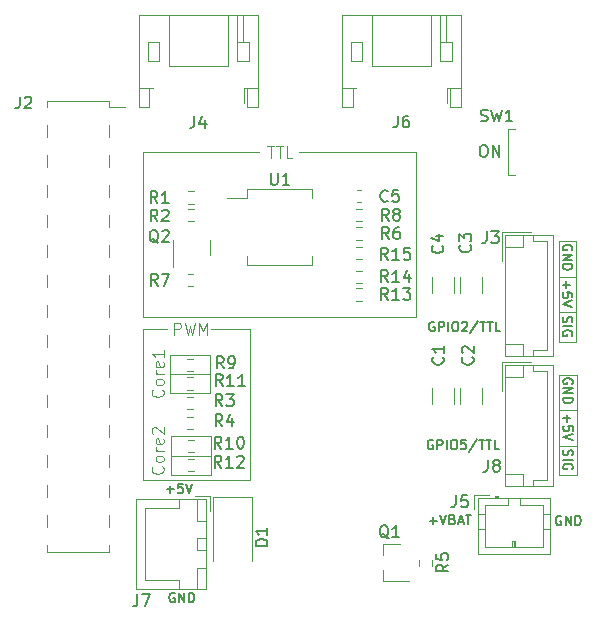
<source format=gto>
G04 #@! TF.GenerationSoftware,KiCad,Pcbnew,6.0.2+dfsg-1*
G04 #@! TF.CreationDate,2023-08-08T16:50:58+09:00*
G04 #@! TF.ProjectId,m5-pantilt,6d352d70-616e-4746-996c-742e6b696361,1*
G04 #@! TF.SameCoordinates,Original*
G04 #@! TF.FileFunction,Legend,Top*
G04 #@! TF.FilePolarity,Positive*
%FSLAX46Y46*%
G04 Gerber Fmt 4.6, Leading zero omitted, Abs format (unit mm)*
G04 Created by KiCad (PCBNEW 6.0.2+dfsg-1) date 2023-08-08 16:50:58*
%MOMM*%
%LPD*%
G01*
G04 APERTURE LIST*
%ADD10C,0.120000*%
%ADD11C,0.150000*%
%ADD12C,0.125000*%
G04 APERTURE END LIST*
D10*
X146900000Y-67800000D02*
X146900000Y-76300000D01*
X146900000Y-76300000D02*
X148400000Y-76300000D01*
X148400000Y-67800000D02*
X146900000Y-67800000D01*
X148400000Y-70800000D02*
X146900000Y-70800000D01*
X148400000Y-73800000D02*
X146900000Y-73800000D01*
X148400000Y-67800000D02*
X148400000Y-76300000D01*
X114050000Y-84300000D02*
X117450000Y-84300000D01*
X114050000Y-85950000D02*
X117450000Y-85950000D01*
X117450000Y-87550000D02*
X114050000Y-87550000D01*
X117450000Y-84300000D02*
X117450000Y-87550000D01*
X114050000Y-87550000D02*
X114050000Y-84300000D01*
X114000000Y-80650000D02*
X114000000Y-77400000D01*
X114000000Y-79050000D02*
X117400000Y-79050000D01*
X114000000Y-77400000D02*
X117400000Y-77400000D01*
X117400000Y-80650000D02*
X114000000Y-80650000D01*
X117400000Y-77400000D02*
X117400000Y-80650000D01*
X111750000Y-74250000D02*
X111750000Y-60250000D01*
X142579000Y-58300000D02*
X143214000Y-58300000D01*
X111750000Y-88000000D02*
X111750000Y-75200000D01*
X148450000Y-79100000D02*
X148450000Y-87600000D01*
X117500000Y-75200000D02*
X120750000Y-75200000D01*
X148450000Y-85100000D02*
X146950000Y-85100000D01*
X111750000Y-74250000D02*
X134800000Y-74250000D01*
X148450000Y-82100000D02*
X146950000Y-82100000D01*
X120750000Y-88000000D02*
X120750000Y-75200000D01*
X124900000Y-60250000D02*
X134800000Y-60250000D01*
X142579000Y-62210000D02*
X142579000Y-58300000D01*
X111750000Y-60250000D02*
X121500000Y-60250000D01*
X146950000Y-79100000D02*
X146950000Y-87600000D01*
X148450000Y-79100000D02*
X146950000Y-79100000D01*
X143214000Y-62210000D02*
X142579000Y-62210000D01*
X134800000Y-74250000D02*
X134800000Y-60250000D01*
X111750000Y-88000000D02*
X120750000Y-88000000D01*
X111750000Y-75200000D02*
X113750000Y-75200000D01*
X146950000Y-87600000D02*
X148450000Y-87600000D01*
D11*
X136266666Y-84650000D02*
X136190476Y-84611904D01*
X136076190Y-84611904D01*
X135961904Y-84650000D01*
X135885714Y-84726190D01*
X135847619Y-84802380D01*
X135809523Y-84954761D01*
X135809523Y-85069047D01*
X135847619Y-85221428D01*
X135885714Y-85297619D01*
X135961904Y-85373809D01*
X136076190Y-85411904D01*
X136152380Y-85411904D01*
X136266666Y-85373809D01*
X136304761Y-85335714D01*
X136304761Y-85069047D01*
X136152380Y-85069047D01*
X136647619Y-85411904D02*
X136647619Y-84611904D01*
X136952380Y-84611904D01*
X137028571Y-84650000D01*
X137066666Y-84688095D01*
X137104761Y-84764285D01*
X137104761Y-84878571D01*
X137066666Y-84954761D01*
X137028571Y-84992857D01*
X136952380Y-85030952D01*
X136647619Y-85030952D01*
X137447619Y-85411904D02*
X137447619Y-84611904D01*
X137980952Y-84611904D02*
X138133333Y-84611904D01*
X138209523Y-84650000D01*
X138285714Y-84726190D01*
X138323809Y-84878571D01*
X138323809Y-85145238D01*
X138285714Y-85297619D01*
X138209523Y-85373809D01*
X138133333Y-85411904D01*
X137980952Y-85411904D01*
X137904761Y-85373809D01*
X137828571Y-85297619D01*
X137790476Y-85145238D01*
X137790476Y-84878571D01*
X137828571Y-84726190D01*
X137904761Y-84650000D01*
X137980952Y-84611904D01*
X139047619Y-84611904D02*
X138666666Y-84611904D01*
X138628571Y-84992857D01*
X138666666Y-84954761D01*
X138742857Y-84916666D01*
X138933333Y-84916666D01*
X139009523Y-84954761D01*
X139047619Y-84992857D01*
X139085714Y-85069047D01*
X139085714Y-85259523D01*
X139047619Y-85335714D01*
X139009523Y-85373809D01*
X138933333Y-85411904D01*
X138742857Y-85411904D01*
X138666666Y-85373809D01*
X138628571Y-85335714D01*
X140000000Y-84573809D02*
X139314285Y-85602380D01*
X140152380Y-84611904D02*
X140609523Y-84611904D01*
X140380952Y-85411904D02*
X140380952Y-84611904D01*
X140761904Y-84611904D02*
X141219047Y-84611904D01*
X140990476Y-85411904D02*
X140990476Y-84611904D01*
X141866666Y-85411904D02*
X141485714Y-85411904D01*
X141485714Y-84611904D01*
D12*
X113357142Y-80357142D02*
X113404761Y-80404761D01*
X113452380Y-80547619D01*
X113452380Y-80642857D01*
X113404761Y-80785714D01*
X113309523Y-80880952D01*
X113214285Y-80928571D01*
X113023809Y-80976190D01*
X112880952Y-80976190D01*
X112690476Y-80928571D01*
X112595238Y-80880952D01*
X112500000Y-80785714D01*
X112452380Y-80642857D01*
X112452380Y-80547619D01*
X112500000Y-80404761D01*
X112547619Y-80357142D01*
X113452380Y-79785714D02*
X113404761Y-79880952D01*
X113357142Y-79928571D01*
X113261904Y-79976190D01*
X112976190Y-79976190D01*
X112880952Y-79928571D01*
X112833333Y-79880952D01*
X112785714Y-79785714D01*
X112785714Y-79642857D01*
X112833333Y-79547619D01*
X112880952Y-79500000D01*
X112976190Y-79452380D01*
X113261904Y-79452380D01*
X113357142Y-79500000D01*
X113404761Y-79547619D01*
X113452380Y-79642857D01*
X113452380Y-79785714D01*
X113452380Y-79023809D02*
X112785714Y-79023809D01*
X112976190Y-79023809D02*
X112880952Y-78976190D01*
X112833333Y-78928571D01*
X112785714Y-78833333D01*
X112785714Y-78738095D01*
X113404761Y-78023809D02*
X113452380Y-78119047D01*
X113452380Y-78309523D01*
X113404761Y-78404761D01*
X113309523Y-78452380D01*
X112928571Y-78452380D01*
X112833333Y-78404761D01*
X112785714Y-78309523D01*
X112785714Y-78119047D01*
X112833333Y-78023809D01*
X112928571Y-77976190D01*
X113023809Y-77976190D01*
X113119047Y-78452380D01*
X113452380Y-77023809D02*
X113452380Y-77595238D01*
X113452380Y-77309523D02*
X112452380Y-77309523D01*
X112595238Y-77404761D01*
X112690476Y-77500000D01*
X112738095Y-77595238D01*
X113357142Y-86857142D02*
X113404761Y-86904761D01*
X113452380Y-87047619D01*
X113452380Y-87142857D01*
X113404761Y-87285714D01*
X113309523Y-87380952D01*
X113214285Y-87428571D01*
X113023809Y-87476190D01*
X112880952Y-87476190D01*
X112690476Y-87428571D01*
X112595238Y-87380952D01*
X112500000Y-87285714D01*
X112452380Y-87142857D01*
X112452380Y-87047619D01*
X112500000Y-86904761D01*
X112547619Y-86857142D01*
X113452380Y-86285714D02*
X113404761Y-86380952D01*
X113357142Y-86428571D01*
X113261904Y-86476190D01*
X112976190Y-86476190D01*
X112880952Y-86428571D01*
X112833333Y-86380952D01*
X112785714Y-86285714D01*
X112785714Y-86142857D01*
X112833333Y-86047619D01*
X112880952Y-86000000D01*
X112976190Y-85952380D01*
X113261904Y-85952380D01*
X113357142Y-86000000D01*
X113404761Y-86047619D01*
X113452380Y-86142857D01*
X113452380Y-86285714D01*
X113452380Y-85523809D02*
X112785714Y-85523809D01*
X112976190Y-85523809D02*
X112880952Y-85476190D01*
X112833333Y-85428571D01*
X112785714Y-85333333D01*
X112785714Y-85238095D01*
X113404761Y-84523809D02*
X113452380Y-84619047D01*
X113452380Y-84809523D01*
X113404761Y-84904761D01*
X113309523Y-84952380D01*
X112928571Y-84952380D01*
X112833333Y-84904761D01*
X112785714Y-84809523D01*
X112785714Y-84619047D01*
X112833333Y-84523809D01*
X112928571Y-84476190D01*
X113023809Y-84476190D01*
X113119047Y-84952380D01*
X112547619Y-84095238D02*
X112500000Y-84047619D01*
X112452380Y-83952380D01*
X112452380Y-83714285D01*
X112500000Y-83619047D01*
X112547619Y-83571428D01*
X112642857Y-83523809D01*
X112738095Y-83523809D01*
X112880952Y-83571428D01*
X113452380Y-84142857D01*
X113452380Y-83523809D01*
D11*
X148000000Y-68540476D02*
X148038095Y-68464285D01*
X148038095Y-68350000D01*
X148000000Y-68235714D01*
X147923809Y-68159523D01*
X147847619Y-68121428D01*
X147695238Y-68083333D01*
X147580952Y-68083333D01*
X147428571Y-68121428D01*
X147352380Y-68159523D01*
X147276190Y-68235714D01*
X147238095Y-68350000D01*
X147238095Y-68426190D01*
X147276190Y-68540476D01*
X147314285Y-68578571D01*
X147580952Y-68578571D01*
X147580952Y-68426190D01*
X147238095Y-68921428D02*
X148038095Y-68921428D01*
X147238095Y-69378571D01*
X148038095Y-69378571D01*
X147238095Y-69759523D02*
X148038095Y-69759523D01*
X148038095Y-69950000D01*
X148000000Y-70064285D01*
X147923809Y-70140476D01*
X147847619Y-70178571D01*
X147695238Y-70216666D01*
X147580952Y-70216666D01*
X147428571Y-70178571D01*
X147352380Y-70140476D01*
X147276190Y-70064285D01*
X147238095Y-69950000D01*
X147238095Y-69759523D01*
X147542857Y-71169047D02*
X147542857Y-71778571D01*
X147238095Y-71473809D02*
X147847619Y-71473809D01*
X148038095Y-72540476D02*
X148038095Y-72159523D01*
X147657142Y-72121428D01*
X147695238Y-72159523D01*
X147733333Y-72235714D01*
X147733333Y-72426190D01*
X147695238Y-72502380D01*
X147657142Y-72540476D01*
X147580952Y-72578571D01*
X147390476Y-72578571D01*
X147314285Y-72540476D01*
X147276190Y-72502380D01*
X147238095Y-72426190D01*
X147238095Y-72235714D01*
X147276190Y-72159523D01*
X147314285Y-72121428D01*
X148038095Y-72807142D02*
X147238095Y-73073809D01*
X148038095Y-73340476D01*
X147276190Y-74178571D02*
X147238095Y-74292857D01*
X147238095Y-74483333D01*
X147276190Y-74559523D01*
X147314285Y-74597619D01*
X147390476Y-74635714D01*
X147466666Y-74635714D01*
X147542857Y-74597619D01*
X147580952Y-74559523D01*
X147619047Y-74483333D01*
X147657142Y-74330952D01*
X147695238Y-74254761D01*
X147733333Y-74216666D01*
X147809523Y-74178571D01*
X147885714Y-74178571D01*
X147961904Y-74216666D01*
X148000000Y-74254761D01*
X148038095Y-74330952D01*
X148038095Y-74521428D01*
X148000000Y-74635714D01*
X147238095Y-74978571D02*
X148038095Y-74978571D01*
X148000000Y-75778571D02*
X148038095Y-75702380D01*
X148038095Y-75588095D01*
X148000000Y-75473809D01*
X147923809Y-75397619D01*
X147847619Y-75359523D01*
X147695238Y-75321428D01*
X147580952Y-75321428D01*
X147428571Y-75359523D01*
X147352380Y-75397619D01*
X147276190Y-75473809D01*
X147238095Y-75588095D01*
X147238095Y-75664285D01*
X147276190Y-75778571D01*
X147314285Y-75816666D01*
X147580952Y-75816666D01*
X147580952Y-75664285D01*
X114390476Y-97600000D02*
X114314285Y-97561904D01*
X114200000Y-97561904D01*
X114085714Y-97600000D01*
X114009523Y-97676190D01*
X113971428Y-97752380D01*
X113933333Y-97904761D01*
X113933333Y-98019047D01*
X113971428Y-98171428D01*
X114009523Y-98247619D01*
X114085714Y-98323809D01*
X114200000Y-98361904D01*
X114276190Y-98361904D01*
X114390476Y-98323809D01*
X114428571Y-98285714D01*
X114428571Y-98019047D01*
X114276190Y-98019047D01*
X114771428Y-98361904D02*
X114771428Y-97561904D01*
X115228571Y-98361904D01*
X115228571Y-97561904D01*
X115609523Y-98361904D02*
X115609523Y-97561904D01*
X115800000Y-97561904D01*
X115914285Y-97600000D01*
X115990476Y-97676190D01*
X116028571Y-97752380D01*
X116066666Y-97904761D01*
X116066666Y-98019047D01*
X116028571Y-98171428D01*
X115990476Y-98247619D01*
X115914285Y-98323809D01*
X115800000Y-98361904D01*
X115609523Y-98361904D01*
X140464952Y-59652380D02*
X140655428Y-59652380D01*
X140750666Y-59700000D01*
X140845904Y-59795238D01*
X140893523Y-59985714D01*
X140893523Y-60319047D01*
X140845904Y-60509523D01*
X140750666Y-60604761D01*
X140655428Y-60652380D01*
X140464952Y-60652380D01*
X140369714Y-60604761D01*
X140274476Y-60509523D01*
X140226857Y-60319047D01*
X140226857Y-59985714D01*
X140274476Y-59795238D01*
X140369714Y-59700000D01*
X140464952Y-59652380D01*
X141322095Y-60652380D02*
X141322095Y-59652380D01*
X141893523Y-60652380D01*
X141893523Y-59652380D01*
D12*
X122228571Y-59752380D02*
X122800000Y-59752380D01*
X122514285Y-60752380D02*
X122514285Y-59752380D01*
X122990476Y-59752380D02*
X123561904Y-59752380D01*
X123276190Y-60752380D02*
X123276190Y-59752380D01*
X124371428Y-60752380D02*
X123895238Y-60752380D01*
X123895238Y-59752380D01*
D11*
X113721428Y-88807142D02*
X114330952Y-88807142D01*
X114026190Y-89111904D02*
X114026190Y-88502380D01*
X115092857Y-88311904D02*
X114711904Y-88311904D01*
X114673809Y-88692857D01*
X114711904Y-88654761D01*
X114788095Y-88616666D01*
X114978571Y-88616666D01*
X115054761Y-88654761D01*
X115092857Y-88692857D01*
X115130952Y-88769047D01*
X115130952Y-88959523D01*
X115092857Y-89035714D01*
X115054761Y-89073809D01*
X114978571Y-89111904D01*
X114788095Y-89111904D01*
X114711904Y-89073809D01*
X114673809Y-89035714D01*
X115359523Y-88311904D02*
X115626190Y-89111904D01*
X115892857Y-88311904D01*
X136366666Y-74650000D02*
X136290476Y-74611904D01*
X136176190Y-74611904D01*
X136061904Y-74650000D01*
X135985714Y-74726190D01*
X135947619Y-74802380D01*
X135909523Y-74954761D01*
X135909523Y-75069047D01*
X135947619Y-75221428D01*
X135985714Y-75297619D01*
X136061904Y-75373809D01*
X136176190Y-75411904D01*
X136252380Y-75411904D01*
X136366666Y-75373809D01*
X136404761Y-75335714D01*
X136404761Y-75069047D01*
X136252380Y-75069047D01*
X136747619Y-75411904D02*
X136747619Y-74611904D01*
X137052380Y-74611904D01*
X137128571Y-74650000D01*
X137166666Y-74688095D01*
X137204761Y-74764285D01*
X137204761Y-74878571D01*
X137166666Y-74954761D01*
X137128571Y-74992857D01*
X137052380Y-75030952D01*
X136747619Y-75030952D01*
X137547619Y-75411904D02*
X137547619Y-74611904D01*
X138080952Y-74611904D02*
X138233333Y-74611904D01*
X138309523Y-74650000D01*
X138385714Y-74726190D01*
X138423809Y-74878571D01*
X138423809Y-75145238D01*
X138385714Y-75297619D01*
X138309523Y-75373809D01*
X138233333Y-75411904D01*
X138080952Y-75411904D01*
X138004761Y-75373809D01*
X137928571Y-75297619D01*
X137890476Y-75145238D01*
X137890476Y-74878571D01*
X137928571Y-74726190D01*
X138004761Y-74650000D01*
X138080952Y-74611904D01*
X138728571Y-74688095D02*
X138766666Y-74650000D01*
X138842857Y-74611904D01*
X139033333Y-74611904D01*
X139109523Y-74650000D01*
X139147619Y-74688095D01*
X139185714Y-74764285D01*
X139185714Y-74840476D01*
X139147619Y-74954761D01*
X138690476Y-75411904D01*
X139185714Y-75411904D01*
X140100000Y-74573809D02*
X139414285Y-75602380D01*
X140252380Y-74611904D02*
X140709523Y-74611904D01*
X140480952Y-75411904D02*
X140480952Y-74611904D01*
X140861904Y-74611904D02*
X141319047Y-74611904D01*
X141090476Y-75411904D02*
X141090476Y-74611904D01*
X141966666Y-75411904D02*
X141585714Y-75411904D01*
X141585714Y-74611904D01*
X147107023Y-91100000D02*
X147030833Y-91061904D01*
X146916547Y-91061904D01*
X146802261Y-91100000D01*
X146726071Y-91176190D01*
X146687976Y-91252380D01*
X146649880Y-91404761D01*
X146649880Y-91519047D01*
X146687976Y-91671428D01*
X146726071Y-91747619D01*
X146802261Y-91823809D01*
X146916547Y-91861904D01*
X146992738Y-91861904D01*
X147107023Y-91823809D01*
X147145119Y-91785714D01*
X147145119Y-91519047D01*
X146992738Y-91519047D01*
X147487976Y-91861904D02*
X147487976Y-91061904D01*
X147945119Y-91861904D01*
X147945119Y-91061904D01*
X148326071Y-91861904D02*
X148326071Y-91061904D01*
X148516547Y-91061904D01*
X148630833Y-91100000D01*
X148707023Y-91176190D01*
X148745119Y-91252380D01*
X148783214Y-91404761D01*
X148783214Y-91519047D01*
X148745119Y-91671428D01*
X148707023Y-91747619D01*
X148630833Y-91823809D01*
X148516547Y-91861904D01*
X148326071Y-91861904D01*
X135987976Y-91457142D02*
X136597500Y-91457142D01*
X136292738Y-91761904D02*
X136292738Y-91152380D01*
X136864166Y-90961904D02*
X137130833Y-91761904D01*
X137397500Y-90961904D01*
X137930833Y-91342857D02*
X138045119Y-91380952D01*
X138083214Y-91419047D01*
X138121309Y-91495238D01*
X138121309Y-91609523D01*
X138083214Y-91685714D01*
X138045119Y-91723809D01*
X137968928Y-91761904D01*
X137664166Y-91761904D01*
X137664166Y-90961904D01*
X137930833Y-90961904D01*
X138007023Y-91000000D01*
X138045119Y-91038095D01*
X138083214Y-91114285D01*
X138083214Y-91190476D01*
X138045119Y-91266666D01*
X138007023Y-91304761D01*
X137930833Y-91342857D01*
X137664166Y-91342857D01*
X138426071Y-91533333D02*
X138807023Y-91533333D01*
X138349880Y-91761904D02*
X138616547Y-90961904D01*
X138883214Y-91761904D01*
X139035595Y-90961904D02*
X139492738Y-90961904D01*
X139264166Y-91761904D02*
X139264166Y-90961904D01*
X148050000Y-79840476D02*
X148088095Y-79764285D01*
X148088095Y-79650000D01*
X148050000Y-79535714D01*
X147973809Y-79459523D01*
X147897619Y-79421428D01*
X147745238Y-79383333D01*
X147630952Y-79383333D01*
X147478571Y-79421428D01*
X147402380Y-79459523D01*
X147326190Y-79535714D01*
X147288095Y-79650000D01*
X147288095Y-79726190D01*
X147326190Y-79840476D01*
X147364285Y-79878571D01*
X147630952Y-79878571D01*
X147630952Y-79726190D01*
X147288095Y-80221428D02*
X148088095Y-80221428D01*
X147288095Y-80678571D01*
X148088095Y-80678571D01*
X147288095Y-81059523D02*
X148088095Y-81059523D01*
X148088095Y-81250000D01*
X148050000Y-81364285D01*
X147973809Y-81440476D01*
X147897619Y-81478571D01*
X147745238Y-81516666D01*
X147630952Y-81516666D01*
X147478571Y-81478571D01*
X147402380Y-81440476D01*
X147326190Y-81364285D01*
X147288095Y-81250000D01*
X147288095Y-81059523D01*
X147592857Y-82469047D02*
X147592857Y-83078571D01*
X147288095Y-82773809D02*
X147897619Y-82773809D01*
X148088095Y-83840476D02*
X148088095Y-83459523D01*
X147707142Y-83421428D01*
X147745238Y-83459523D01*
X147783333Y-83535714D01*
X147783333Y-83726190D01*
X147745238Y-83802380D01*
X147707142Y-83840476D01*
X147630952Y-83878571D01*
X147440476Y-83878571D01*
X147364285Y-83840476D01*
X147326190Y-83802380D01*
X147288095Y-83726190D01*
X147288095Y-83535714D01*
X147326190Y-83459523D01*
X147364285Y-83421428D01*
X148088095Y-84107142D02*
X147288095Y-84373809D01*
X148088095Y-84640476D01*
X147326190Y-85478571D02*
X147288095Y-85592857D01*
X147288095Y-85783333D01*
X147326190Y-85859523D01*
X147364285Y-85897619D01*
X147440476Y-85935714D01*
X147516666Y-85935714D01*
X147592857Y-85897619D01*
X147630952Y-85859523D01*
X147669047Y-85783333D01*
X147707142Y-85630952D01*
X147745238Y-85554761D01*
X147783333Y-85516666D01*
X147859523Y-85478571D01*
X147935714Y-85478571D01*
X148011904Y-85516666D01*
X148050000Y-85554761D01*
X148088095Y-85630952D01*
X148088095Y-85821428D01*
X148050000Y-85935714D01*
X147288095Y-86278571D02*
X148088095Y-86278571D01*
X148050000Y-87078571D02*
X148088095Y-87002380D01*
X148088095Y-86888095D01*
X148050000Y-86773809D01*
X147973809Y-86697619D01*
X147897619Y-86659523D01*
X147745238Y-86621428D01*
X147630952Y-86621428D01*
X147478571Y-86659523D01*
X147402380Y-86697619D01*
X147326190Y-86773809D01*
X147288095Y-86888095D01*
X147288095Y-86964285D01*
X147326190Y-87078571D01*
X147364285Y-87116666D01*
X147630952Y-87116666D01*
X147630952Y-86964285D01*
D12*
X114345238Y-75702380D02*
X114345238Y-74702380D01*
X114726190Y-74702380D01*
X114821428Y-74750000D01*
X114869047Y-74797619D01*
X114916666Y-74892857D01*
X114916666Y-75035714D01*
X114869047Y-75130952D01*
X114821428Y-75178571D01*
X114726190Y-75226190D01*
X114345238Y-75226190D01*
X115250000Y-74702380D02*
X115488095Y-75702380D01*
X115678571Y-74988095D01*
X115869047Y-75702380D01*
X116107142Y-74702380D01*
X116488095Y-75702380D02*
X116488095Y-74702380D01*
X116821428Y-75416666D01*
X117154761Y-74702380D01*
X117154761Y-75702380D01*
D11*
X133266666Y-57152380D02*
X133266666Y-57866666D01*
X133219047Y-58009523D01*
X133123809Y-58104761D01*
X132980952Y-58152380D01*
X132885714Y-58152380D01*
X134171428Y-57152380D02*
X133980952Y-57152380D01*
X133885714Y-57200000D01*
X133838095Y-57247619D01*
X133742857Y-57390476D01*
X133695238Y-57580952D01*
X133695238Y-57961904D01*
X133742857Y-58057142D01*
X133790476Y-58104761D01*
X133885714Y-58152380D01*
X134076190Y-58152380D01*
X134171428Y-58104761D01*
X134219047Y-58057142D01*
X134266666Y-57961904D01*
X134266666Y-57723809D01*
X134219047Y-57628571D01*
X134171428Y-57580952D01*
X134076190Y-57533333D01*
X133885714Y-57533333D01*
X133790476Y-57580952D01*
X133742857Y-57628571D01*
X133695238Y-57723809D01*
X138216666Y-89302380D02*
X138216666Y-90016666D01*
X138169047Y-90159523D01*
X138073809Y-90254761D01*
X137930952Y-90302380D01*
X137835714Y-90302380D01*
X139169047Y-89302380D02*
X138692857Y-89302380D01*
X138645238Y-89778571D01*
X138692857Y-89730952D01*
X138788095Y-89683333D01*
X139026190Y-89683333D01*
X139121428Y-89730952D01*
X139169047Y-89778571D01*
X139216666Y-89873809D01*
X139216666Y-90111904D01*
X139169047Y-90207142D01*
X139121428Y-90254761D01*
X139026190Y-90302380D01*
X138788095Y-90302380D01*
X138692857Y-90254761D01*
X138645238Y-90207142D01*
X116066666Y-57202380D02*
X116066666Y-57916666D01*
X116019047Y-58059523D01*
X115923809Y-58154761D01*
X115780952Y-58202380D01*
X115685714Y-58202380D01*
X116971428Y-57535714D02*
X116971428Y-58202380D01*
X116733333Y-57154761D02*
X116495238Y-57869047D01*
X117114285Y-57869047D01*
X118433333Y-81752380D02*
X118100000Y-81276190D01*
X117861904Y-81752380D02*
X117861904Y-80752380D01*
X118242857Y-80752380D01*
X118338095Y-80800000D01*
X118385714Y-80847619D01*
X118433333Y-80942857D01*
X118433333Y-81085714D01*
X118385714Y-81180952D01*
X118338095Y-81228571D01*
X118242857Y-81276190D01*
X117861904Y-81276190D01*
X118766666Y-80752380D02*
X119385714Y-80752380D01*
X119052380Y-81133333D01*
X119195238Y-81133333D01*
X119290476Y-81180952D01*
X119338095Y-81228571D01*
X119385714Y-81323809D01*
X119385714Y-81561904D01*
X119338095Y-81657142D01*
X119290476Y-81704761D01*
X119195238Y-81752380D01*
X118909523Y-81752380D01*
X118814285Y-81704761D01*
X118766666Y-81657142D01*
X118433333Y-83452380D02*
X118100000Y-82976190D01*
X117861904Y-83452380D02*
X117861904Y-82452380D01*
X118242857Y-82452380D01*
X118338095Y-82500000D01*
X118385714Y-82547619D01*
X118433333Y-82642857D01*
X118433333Y-82785714D01*
X118385714Y-82880952D01*
X118338095Y-82928571D01*
X118242857Y-82976190D01*
X117861904Y-82976190D01*
X119290476Y-82785714D02*
X119290476Y-83452380D01*
X119052380Y-82404761D02*
X118814285Y-83119047D01*
X119433333Y-83119047D01*
X111241666Y-97702380D02*
X111241666Y-98416666D01*
X111194047Y-98559523D01*
X111098809Y-98654761D01*
X110955952Y-98702380D01*
X110860714Y-98702380D01*
X111622619Y-97702380D02*
X112289285Y-97702380D01*
X111860714Y-98702380D01*
X139407142Y-68116666D02*
X139454761Y-68164285D01*
X139502380Y-68307142D01*
X139502380Y-68402380D01*
X139454761Y-68545238D01*
X139359523Y-68640476D01*
X139264285Y-68688095D01*
X139073809Y-68735714D01*
X138930952Y-68735714D01*
X138740476Y-68688095D01*
X138645238Y-68640476D01*
X138550000Y-68545238D01*
X138502380Y-68402380D01*
X138502380Y-68307142D01*
X138550000Y-68164285D01*
X138597619Y-68116666D01*
X138502380Y-67783333D02*
X138502380Y-67164285D01*
X138883333Y-67497619D01*
X138883333Y-67354761D01*
X138930952Y-67259523D01*
X138978571Y-67211904D01*
X139073809Y-67164285D01*
X139311904Y-67164285D01*
X139407142Y-67211904D01*
X139454761Y-67259523D01*
X139502380Y-67354761D01*
X139502380Y-67640476D01*
X139454761Y-67735714D01*
X139407142Y-67783333D01*
X137057142Y-68166666D02*
X137104761Y-68214285D01*
X137152380Y-68357142D01*
X137152380Y-68452380D01*
X137104761Y-68595238D01*
X137009523Y-68690476D01*
X136914285Y-68738095D01*
X136723809Y-68785714D01*
X136580952Y-68785714D01*
X136390476Y-68738095D01*
X136295238Y-68690476D01*
X136200000Y-68595238D01*
X136152380Y-68452380D01*
X136152380Y-68357142D01*
X136200000Y-68214285D01*
X136247619Y-68166666D01*
X136485714Y-67309523D02*
X137152380Y-67309523D01*
X136104761Y-67547619D02*
X136819047Y-67785714D01*
X136819047Y-67166666D01*
X137107142Y-77616666D02*
X137154761Y-77664285D01*
X137202380Y-77807142D01*
X137202380Y-77902380D01*
X137154761Y-78045238D01*
X137059523Y-78140476D01*
X136964285Y-78188095D01*
X136773809Y-78235714D01*
X136630952Y-78235714D01*
X136440476Y-78188095D01*
X136345238Y-78140476D01*
X136250000Y-78045238D01*
X136202380Y-77902380D01*
X136202380Y-77807142D01*
X136250000Y-77664285D01*
X136297619Y-77616666D01*
X137202380Y-76664285D02*
X137202380Y-77235714D01*
X137202380Y-76950000D02*
X136202380Y-76950000D01*
X136345238Y-77045238D01*
X136440476Y-77140476D01*
X136488095Y-77235714D01*
X132504761Y-92947619D02*
X132409523Y-92900000D01*
X132314285Y-92804761D01*
X132171428Y-92661904D01*
X132076190Y-92614285D01*
X131980952Y-92614285D01*
X132028571Y-92852380D02*
X131933333Y-92804761D01*
X131838095Y-92709523D01*
X131790476Y-92519047D01*
X131790476Y-92185714D01*
X131838095Y-91995238D01*
X131933333Y-91900000D01*
X132028571Y-91852380D01*
X132219047Y-91852380D01*
X132314285Y-91900000D01*
X132409523Y-91995238D01*
X132457142Y-92185714D01*
X132457142Y-92519047D01*
X132409523Y-92709523D01*
X132314285Y-92804761D01*
X132219047Y-92852380D01*
X132028571Y-92852380D01*
X133409523Y-92852380D02*
X132838095Y-92852380D01*
X133123809Y-92852380D02*
X133123809Y-91852380D01*
X133028571Y-91995238D01*
X132933333Y-92090476D01*
X132838095Y-92138095D01*
X137552380Y-95166666D02*
X137076190Y-95500000D01*
X137552380Y-95738095D02*
X136552380Y-95738095D01*
X136552380Y-95357142D01*
X136600000Y-95261904D01*
X136647619Y-95214285D01*
X136742857Y-95166666D01*
X136885714Y-95166666D01*
X136980952Y-95214285D01*
X137028571Y-95261904D01*
X137076190Y-95357142D01*
X137076190Y-95738095D01*
X136552380Y-94261904D02*
X136552380Y-94738095D01*
X137028571Y-94785714D01*
X136980952Y-94738095D01*
X136933333Y-94642857D01*
X136933333Y-94404761D01*
X136980952Y-94309523D01*
X137028571Y-94261904D01*
X137123809Y-94214285D01*
X137361904Y-94214285D01*
X137457142Y-94261904D01*
X137504761Y-94309523D01*
X137552380Y-94404761D01*
X137552380Y-94642857D01*
X137504761Y-94738095D01*
X137457142Y-94785714D01*
X118533333Y-78552380D02*
X118200000Y-78076190D01*
X117961904Y-78552380D02*
X117961904Y-77552380D01*
X118342857Y-77552380D01*
X118438095Y-77600000D01*
X118485714Y-77647619D01*
X118533333Y-77742857D01*
X118533333Y-77885714D01*
X118485714Y-77980952D01*
X118438095Y-78028571D01*
X118342857Y-78076190D01*
X117961904Y-78076190D01*
X119009523Y-78552380D02*
X119200000Y-78552380D01*
X119295238Y-78504761D01*
X119342857Y-78457142D01*
X119438095Y-78314285D01*
X119485714Y-78123809D01*
X119485714Y-77742857D01*
X119438095Y-77647619D01*
X119390476Y-77600000D01*
X119295238Y-77552380D01*
X119104761Y-77552380D01*
X119009523Y-77600000D01*
X118961904Y-77647619D01*
X118914285Y-77742857D01*
X118914285Y-77980952D01*
X118961904Y-78076190D01*
X119009523Y-78123809D01*
X119104761Y-78171428D01*
X119295238Y-78171428D01*
X119390476Y-78123809D01*
X119438095Y-78076190D01*
X119485714Y-77980952D01*
X118357142Y-85352380D02*
X118023809Y-84876190D01*
X117785714Y-85352380D02*
X117785714Y-84352380D01*
X118166666Y-84352380D01*
X118261904Y-84400000D01*
X118309523Y-84447619D01*
X118357142Y-84542857D01*
X118357142Y-84685714D01*
X118309523Y-84780952D01*
X118261904Y-84828571D01*
X118166666Y-84876190D01*
X117785714Y-84876190D01*
X119309523Y-85352380D02*
X118738095Y-85352380D01*
X119023809Y-85352380D02*
X119023809Y-84352380D01*
X118928571Y-84495238D01*
X118833333Y-84590476D01*
X118738095Y-84638095D01*
X119928571Y-84352380D02*
X120023809Y-84352380D01*
X120119047Y-84400000D01*
X120166666Y-84447619D01*
X120214285Y-84542857D01*
X120261904Y-84733333D01*
X120261904Y-84971428D01*
X120214285Y-85161904D01*
X120166666Y-85257142D01*
X120119047Y-85304761D01*
X120023809Y-85352380D01*
X119928571Y-85352380D01*
X119833333Y-85304761D01*
X119785714Y-85257142D01*
X119738095Y-85161904D01*
X119690476Y-84971428D01*
X119690476Y-84733333D01*
X119738095Y-84542857D01*
X119785714Y-84447619D01*
X119833333Y-84400000D01*
X119928571Y-84352380D01*
X118457142Y-80052380D02*
X118123809Y-79576190D01*
X117885714Y-80052380D02*
X117885714Y-79052380D01*
X118266666Y-79052380D01*
X118361904Y-79100000D01*
X118409523Y-79147619D01*
X118457142Y-79242857D01*
X118457142Y-79385714D01*
X118409523Y-79480952D01*
X118361904Y-79528571D01*
X118266666Y-79576190D01*
X117885714Y-79576190D01*
X119409523Y-80052380D02*
X118838095Y-80052380D01*
X119123809Y-80052380D02*
X119123809Y-79052380D01*
X119028571Y-79195238D01*
X118933333Y-79290476D01*
X118838095Y-79338095D01*
X120361904Y-80052380D02*
X119790476Y-80052380D01*
X120076190Y-80052380D02*
X120076190Y-79052380D01*
X119980952Y-79195238D01*
X119885714Y-79290476D01*
X119790476Y-79338095D01*
X118357142Y-86952380D02*
X118023809Y-86476190D01*
X117785714Y-86952380D02*
X117785714Y-85952380D01*
X118166666Y-85952380D01*
X118261904Y-86000000D01*
X118309523Y-86047619D01*
X118357142Y-86142857D01*
X118357142Y-86285714D01*
X118309523Y-86380952D01*
X118261904Y-86428571D01*
X118166666Y-86476190D01*
X117785714Y-86476190D01*
X119309523Y-86952380D02*
X118738095Y-86952380D01*
X119023809Y-86952380D02*
X119023809Y-85952380D01*
X118928571Y-86095238D01*
X118833333Y-86190476D01*
X118738095Y-86238095D01*
X119690476Y-86047619D02*
X119738095Y-86000000D01*
X119833333Y-85952380D01*
X120071428Y-85952380D01*
X120166666Y-86000000D01*
X120214285Y-86047619D01*
X120261904Y-86142857D01*
X120261904Y-86238095D01*
X120214285Y-86380952D01*
X119642857Y-86952380D01*
X120261904Y-86952380D01*
X132457142Y-72752380D02*
X132123809Y-72276190D01*
X131885714Y-72752380D02*
X131885714Y-71752380D01*
X132266666Y-71752380D01*
X132361904Y-71800000D01*
X132409523Y-71847619D01*
X132457142Y-71942857D01*
X132457142Y-72085714D01*
X132409523Y-72180952D01*
X132361904Y-72228571D01*
X132266666Y-72276190D01*
X131885714Y-72276190D01*
X133409523Y-72752380D02*
X132838095Y-72752380D01*
X133123809Y-72752380D02*
X133123809Y-71752380D01*
X133028571Y-71895238D01*
X132933333Y-71990476D01*
X132838095Y-72038095D01*
X133742857Y-71752380D02*
X134361904Y-71752380D01*
X134028571Y-72133333D01*
X134171428Y-72133333D01*
X134266666Y-72180952D01*
X134314285Y-72228571D01*
X134361904Y-72323809D01*
X134361904Y-72561904D01*
X134314285Y-72657142D01*
X134266666Y-72704761D01*
X134171428Y-72752380D01*
X133885714Y-72752380D01*
X133790476Y-72704761D01*
X133742857Y-72657142D01*
X132457142Y-71252380D02*
X132123809Y-70776190D01*
X131885714Y-71252380D02*
X131885714Y-70252380D01*
X132266666Y-70252380D01*
X132361904Y-70300000D01*
X132409523Y-70347619D01*
X132457142Y-70442857D01*
X132457142Y-70585714D01*
X132409523Y-70680952D01*
X132361904Y-70728571D01*
X132266666Y-70776190D01*
X131885714Y-70776190D01*
X133409523Y-71252380D02*
X132838095Y-71252380D01*
X133123809Y-71252380D02*
X133123809Y-70252380D01*
X133028571Y-70395238D01*
X132933333Y-70490476D01*
X132838095Y-70538095D01*
X134266666Y-70585714D02*
X134266666Y-71252380D01*
X134028571Y-70204761D02*
X133790476Y-70919047D01*
X134409523Y-70919047D01*
X139607142Y-77616666D02*
X139654761Y-77664285D01*
X139702380Y-77807142D01*
X139702380Y-77902380D01*
X139654761Y-78045238D01*
X139559523Y-78140476D01*
X139464285Y-78188095D01*
X139273809Y-78235714D01*
X139130952Y-78235714D01*
X138940476Y-78188095D01*
X138845238Y-78140476D01*
X138750000Y-78045238D01*
X138702380Y-77902380D01*
X138702380Y-77807142D01*
X138750000Y-77664285D01*
X138797619Y-77616666D01*
X138797619Y-77235714D02*
X138750000Y-77188095D01*
X138702380Y-77092857D01*
X138702380Y-76854761D01*
X138750000Y-76759523D01*
X138797619Y-76711904D01*
X138892857Y-76664285D01*
X138988095Y-76664285D01*
X139130952Y-76711904D01*
X139702380Y-77283333D01*
X139702380Y-76664285D01*
X140816666Y-66952380D02*
X140816666Y-67666666D01*
X140769047Y-67809523D01*
X140673809Y-67904761D01*
X140530952Y-67952380D01*
X140435714Y-67952380D01*
X141197619Y-66952380D02*
X141816666Y-66952380D01*
X141483333Y-67333333D01*
X141626190Y-67333333D01*
X141721428Y-67380952D01*
X141769047Y-67428571D01*
X141816666Y-67523809D01*
X141816666Y-67761904D01*
X141769047Y-67857142D01*
X141721428Y-67904761D01*
X141626190Y-67952380D01*
X141340476Y-67952380D01*
X141245238Y-67904761D01*
X141197619Y-67857142D01*
X112958333Y-71552380D02*
X112625000Y-71076190D01*
X112386904Y-71552380D02*
X112386904Y-70552380D01*
X112767857Y-70552380D01*
X112863095Y-70600000D01*
X112910714Y-70647619D01*
X112958333Y-70742857D01*
X112958333Y-70885714D01*
X112910714Y-70980952D01*
X112863095Y-71028571D01*
X112767857Y-71076190D01*
X112386904Y-71076190D01*
X113291666Y-70552380D02*
X113958333Y-70552380D01*
X113529761Y-71552380D01*
X140916666Y-86302380D02*
X140916666Y-87016666D01*
X140869047Y-87159523D01*
X140773809Y-87254761D01*
X140630952Y-87302380D01*
X140535714Y-87302380D01*
X141535714Y-86730952D02*
X141440476Y-86683333D01*
X141392857Y-86635714D01*
X141345238Y-86540476D01*
X141345238Y-86492857D01*
X141392857Y-86397619D01*
X141440476Y-86350000D01*
X141535714Y-86302380D01*
X141726190Y-86302380D01*
X141821428Y-86350000D01*
X141869047Y-86397619D01*
X141916666Y-86492857D01*
X141916666Y-86540476D01*
X141869047Y-86635714D01*
X141821428Y-86683333D01*
X141726190Y-86730952D01*
X141535714Y-86730952D01*
X141440476Y-86778571D01*
X141392857Y-86826190D01*
X141345238Y-86921428D01*
X141345238Y-87111904D01*
X141392857Y-87207142D01*
X141440476Y-87254761D01*
X141535714Y-87302380D01*
X141726190Y-87302380D01*
X141821428Y-87254761D01*
X141869047Y-87207142D01*
X141916666Y-87111904D01*
X141916666Y-86921428D01*
X141869047Y-86826190D01*
X141821428Y-86778571D01*
X141726190Y-86730952D01*
X132523333Y-66052380D02*
X132190000Y-65576190D01*
X131951904Y-66052380D02*
X131951904Y-65052380D01*
X132332857Y-65052380D01*
X132428095Y-65100000D01*
X132475714Y-65147619D01*
X132523333Y-65242857D01*
X132523333Y-65385714D01*
X132475714Y-65480952D01*
X132428095Y-65528571D01*
X132332857Y-65576190D01*
X131951904Y-65576190D01*
X133094761Y-65480952D02*
X132999523Y-65433333D01*
X132951904Y-65385714D01*
X132904285Y-65290476D01*
X132904285Y-65242857D01*
X132951904Y-65147619D01*
X132999523Y-65100000D01*
X133094761Y-65052380D01*
X133285238Y-65052380D01*
X133380476Y-65100000D01*
X133428095Y-65147619D01*
X133475714Y-65242857D01*
X133475714Y-65290476D01*
X133428095Y-65385714D01*
X133380476Y-65433333D01*
X133285238Y-65480952D01*
X133094761Y-65480952D01*
X132999523Y-65528571D01*
X132951904Y-65576190D01*
X132904285Y-65671428D01*
X132904285Y-65861904D01*
X132951904Y-65957142D01*
X132999523Y-66004761D01*
X133094761Y-66052380D01*
X133285238Y-66052380D01*
X133380476Y-66004761D01*
X133428095Y-65957142D01*
X133475714Y-65861904D01*
X133475714Y-65671428D01*
X133428095Y-65576190D01*
X133380476Y-65528571D01*
X133285238Y-65480952D01*
X132433333Y-64357142D02*
X132385714Y-64404761D01*
X132242857Y-64452380D01*
X132147619Y-64452380D01*
X132004761Y-64404761D01*
X131909523Y-64309523D01*
X131861904Y-64214285D01*
X131814285Y-64023809D01*
X131814285Y-63880952D01*
X131861904Y-63690476D01*
X131909523Y-63595238D01*
X132004761Y-63500000D01*
X132147619Y-63452380D01*
X132242857Y-63452380D01*
X132385714Y-63500000D01*
X132433333Y-63547619D01*
X133338095Y-63452380D02*
X132861904Y-63452380D01*
X132814285Y-63928571D01*
X132861904Y-63880952D01*
X132957142Y-63833333D01*
X133195238Y-63833333D01*
X133290476Y-63880952D01*
X133338095Y-63928571D01*
X133385714Y-64023809D01*
X133385714Y-64261904D01*
X133338095Y-64357142D01*
X133290476Y-64404761D01*
X133195238Y-64452380D01*
X132957142Y-64452380D01*
X132861904Y-64404761D01*
X132814285Y-64357142D01*
X101266666Y-55552380D02*
X101266666Y-56266666D01*
X101219047Y-56409523D01*
X101123809Y-56504761D01*
X100980952Y-56552380D01*
X100885714Y-56552380D01*
X101695238Y-55647619D02*
X101742857Y-55600000D01*
X101838095Y-55552380D01*
X102076190Y-55552380D01*
X102171428Y-55600000D01*
X102219047Y-55647619D01*
X102266666Y-55742857D01*
X102266666Y-55838095D01*
X102219047Y-55980952D01*
X101647619Y-56552380D01*
X102266666Y-56552380D01*
X122252380Y-93588095D02*
X121252380Y-93588095D01*
X121252380Y-93350000D01*
X121300000Y-93207142D01*
X121395238Y-93111904D01*
X121490476Y-93064285D01*
X121680952Y-93016666D01*
X121823809Y-93016666D01*
X122014285Y-93064285D01*
X122109523Y-93111904D01*
X122204761Y-93207142D01*
X122252380Y-93350000D01*
X122252380Y-93588095D01*
X122252380Y-92064285D02*
X122252380Y-92635714D01*
X122252380Y-92350000D02*
X121252380Y-92350000D01*
X121395238Y-92445238D01*
X121490476Y-92540476D01*
X121538095Y-92635714D01*
X113004761Y-67947619D02*
X112909523Y-67900000D01*
X112814285Y-67804761D01*
X112671428Y-67661904D01*
X112576190Y-67614285D01*
X112480952Y-67614285D01*
X112528571Y-67852380D02*
X112433333Y-67804761D01*
X112338095Y-67709523D01*
X112290476Y-67519047D01*
X112290476Y-67185714D01*
X112338095Y-66995238D01*
X112433333Y-66900000D01*
X112528571Y-66852380D01*
X112719047Y-66852380D01*
X112814285Y-66900000D01*
X112909523Y-66995238D01*
X112957142Y-67185714D01*
X112957142Y-67519047D01*
X112909523Y-67709523D01*
X112814285Y-67804761D01*
X112719047Y-67852380D01*
X112528571Y-67852380D01*
X113338095Y-66947619D02*
X113385714Y-66900000D01*
X113480952Y-66852380D01*
X113719047Y-66852380D01*
X113814285Y-66900000D01*
X113861904Y-66947619D01*
X113909523Y-67042857D01*
X113909523Y-67138095D01*
X113861904Y-67280952D01*
X113290476Y-67852380D01*
X113909523Y-67852380D01*
X132457142Y-69352380D02*
X132123809Y-68876190D01*
X131885714Y-69352380D02*
X131885714Y-68352380D01*
X132266666Y-68352380D01*
X132361904Y-68400000D01*
X132409523Y-68447619D01*
X132457142Y-68542857D01*
X132457142Y-68685714D01*
X132409523Y-68780952D01*
X132361904Y-68828571D01*
X132266666Y-68876190D01*
X131885714Y-68876190D01*
X133409523Y-69352380D02*
X132838095Y-69352380D01*
X133123809Y-69352380D02*
X133123809Y-68352380D01*
X133028571Y-68495238D01*
X132933333Y-68590476D01*
X132838095Y-68638095D01*
X134314285Y-68352380D02*
X133838095Y-68352380D01*
X133790476Y-68828571D01*
X133838095Y-68780952D01*
X133933333Y-68733333D01*
X134171428Y-68733333D01*
X134266666Y-68780952D01*
X134314285Y-68828571D01*
X134361904Y-68923809D01*
X134361904Y-69161904D01*
X134314285Y-69257142D01*
X134266666Y-69304761D01*
X134171428Y-69352380D01*
X133933333Y-69352380D01*
X133838095Y-69304761D01*
X133790476Y-69257142D01*
X122538095Y-62002380D02*
X122538095Y-62811904D01*
X122585714Y-62907142D01*
X122633333Y-62954761D01*
X122728571Y-63002380D01*
X122919047Y-63002380D01*
X123014285Y-62954761D01*
X123061904Y-62907142D01*
X123109523Y-62811904D01*
X123109523Y-62002380D01*
X124109523Y-63002380D02*
X123538095Y-63002380D01*
X123823809Y-63002380D02*
X123823809Y-62002380D01*
X123728571Y-62145238D01*
X123633333Y-62240476D01*
X123538095Y-62288095D01*
X112943333Y-66112380D02*
X112610000Y-65636190D01*
X112371904Y-66112380D02*
X112371904Y-65112380D01*
X112752857Y-65112380D01*
X112848095Y-65160000D01*
X112895714Y-65207619D01*
X112943333Y-65302857D01*
X112943333Y-65445714D01*
X112895714Y-65540952D01*
X112848095Y-65588571D01*
X112752857Y-65636190D01*
X112371904Y-65636190D01*
X113324285Y-65207619D02*
X113371904Y-65160000D01*
X113467142Y-65112380D01*
X113705238Y-65112380D01*
X113800476Y-65160000D01*
X113848095Y-65207619D01*
X113895714Y-65302857D01*
X113895714Y-65398095D01*
X113848095Y-65540952D01*
X113276666Y-66112380D01*
X113895714Y-66112380D01*
X132533333Y-67592380D02*
X132200000Y-67116190D01*
X131961904Y-67592380D02*
X131961904Y-66592380D01*
X132342857Y-66592380D01*
X132438095Y-66640000D01*
X132485714Y-66687619D01*
X132533333Y-66782857D01*
X132533333Y-66925714D01*
X132485714Y-67020952D01*
X132438095Y-67068571D01*
X132342857Y-67116190D01*
X131961904Y-67116190D01*
X133390476Y-66592380D02*
X133200000Y-66592380D01*
X133104761Y-66640000D01*
X133057142Y-66687619D01*
X132961904Y-66830476D01*
X132914285Y-67020952D01*
X132914285Y-67401904D01*
X132961904Y-67497142D01*
X133009523Y-67544761D01*
X133104761Y-67592380D01*
X133295238Y-67592380D01*
X133390476Y-67544761D01*
X133438095Y-67497142D01*
X133485714Y-67401904D01*
X133485714Y-67163809D01*
X133438095Y-67068571D01*
X133390476Y-67020952D01*
X133295238Y-66973333D01*
X133104761Y-66973333D01*
X133009523Y-67020952D01*
X132961904Y-67068571D01*
X132914285Y-67163809D01*
X112943333Y-64562380D02*
X112610000Y-64086190D01*
X112371904Y-64562380D02*
X112371904Y-63562380D01*
X112752857Y-63562380D01*
X112848095Y-63610000D01*
X112895714Y-63657619D01*
X112943333Y-63752857D01*
X112943333Y-63895714D01*
X112895714Y-63990952D01*
X112848095Y-64038571D01*
X112752857Y-64086190D01*
X112371904Y-64086190D01*
X113895714Y-64562380D02*
X113324285Y-64562380D01*
X113610000Y-64562380D02*
X113610000Y-63562380D01*
X113514761Y-63705238D01*
X113419523Y-63800476D01*
X113324285Y-63848095D01*
X140316666Y-57604761D02*
X140459523Y-57652380D01*
X140697619Y-57652380D01*
X140792857Y-57604761D01*
X140840476Y-57557142D01*
X140888095Y-57461904D01*
X140888095Y-57366666D01*
X140840476Y-57271428D01*
X140792857Y-57223809D01*
X140697619Y-57176190D01*
X140507142Y-57128571D01*
X140411904Y-57080952D01*
X140364285Y-57033333D01*
X140316666Y-56938095D01*
X140316666Y-56842857D01*
X140364285Y-56747619D01*
X140411904Y-56700000D01*
X140507142Y-56652380D01*
X140745238Y-56652380D01*
X140888095Y-56700000D01*
X141221428Y-56652380D02*
X141459523Y-57652380D01*
X141650000Y-56938095D01*
X141840476Y-57652380D01*
X142078571Y-56652380D01*
X142983333Y-57652380D02*
X142411904Y-57652380D01*
X142697619Y-57652380D02*
X142697619Y-56652380D01*
X142602380Y-56795238D01*
X142507142Y-56890476D01*
X142411904Y-56938095D01*
D10*
X136900000Y-52500000D02*
X137900000Y-52500000D01*
X128540000Y-56460000D02*
X129460000Y-56460000D01*
X131100000Y-53000000D02*
X131100000Y-48640000D01*
X129300000Y-52500000D02*
X129300000Y-50900000D01*
X137740000Y-54860000D02*
X137740000Y-56460000D01*
X137460000Y-54860000D02*
X137740000Y-54860000D01*
X136100000Y-53000000D02*
X131100000Y-53000000D01*
X136100000Y-48640000D02*
X136100000Y-53000000D01*
X137900000Y-52500000D02*
X137900000Y-50900000D01*
X137460000Y-54860000D02*
X137460000Y-56075000D01*
X128540000Y-54860000D02*
X129460000Y-54860000D01*
X137400000Y-50900000D02*
X137400000Y-48640000D01*
X137740000Y-56460000D02*
X138660000Y-56460000D01*
X138660000Y-48640000D02*
X128540000Y-48640000D01*
X130300000Y-50900000D02*
X130300000Y-52500000D01*
X129460000Y-56460000D02*
X129460000Y-54860000D01*
X136900000Y-50900000D02*
X136900000Y-48640000D01*
X137900000Y-50900000D02*
X136900000Y-50900000D01*
X130300000Y-52500000D02*
X129300000Y-52500000D01*
X129300000Y-50900000D02*
X130300000Y-50900000D01*
X129460000Y-54860000D02*
X129740000Y-54860000D01*
X128540000Y-48640000D02*
X128540000Y-56460000D01*
X136900000Y-50900000D02*
X136900000Y-52500000D01*
X138660000Y-54860000D02*
X137740000Y-54860000D01*
X138660000Y-56460000D02*
X138660000Y-48640000D01*
X143600000Y-90150000D02*
X143600000Y-89540000D01*
X146160000Y-92150000D02*
X145550000Y-92150000D01*
X143200000Y-93150000D02*
X143200000Y-93650000D01*
X146160000Y-94260000D02*
X146160000Y-89540000D01*
X140990000Y-89240000D02*
X139740000Y-89240000D01*
X146160000Y-89540000D02*
X140040000Y-89540000D01*
X143000000Y-93150000D02*
X143200000Y-93150000D01*
X143000000Y-93650000D02*
X143000000Y-93150000D01*
X142600000Y-89540000D02*
X142600000Y-90150000D01*
X143100000Y-93650000D02*
X143100000Y-93150000D01*
X140040000Y-90850000D02*
X140650000Y-90850000D01*
X142600000Y-90150000D02*
X140650000Y-90150000D01*
X140650000Y-90150000D02*
X140650000Y-93650000D01*
X140040000Y-89540000D02*
X140040000Y-94260000D01*
X140650000Y-93650000D02*
X145550000Y-93650000D01*
X145550000Y-90150000D02*
X143600000Y-90150000D01*
X139740000Y-89240000D02*
X139740000Y-90490000D01*
X140040000Y-92150000D02*
X140650000Y-92150000D01*
X141800000Y-89340000D02*
X141500000Y-89340000D01*
X141500000Y-89340000D02*
X141500000Y-89540000D01*
X141800000Y-89540000D02*
X141800000Y-89340000D01*
X140040000Y-94260000D02*
X146160000Y-94260000D01*
X141800000Y-89440000D02*
X141500000Y-89440000D01*
X146160000Y-90850000D02*
X145550000Y-90850000D01*
X145550000Y-93650000D02*
X145550000Y-90150000D01*
X120260000Y-54860000D02*
X120540000Y-54860000D01*
X120200000Y-50900000D02*
X120200000Y-48640000D01*
X120260000Y-54860000D02*
X120260000Y-56075000D01*
X112260000Y-56460000D02*
X112260000Y-54860000D01*
X113100000Y-50900000D02*
X113100000Y-52500000D01*
X111340000Y-54860000D02*
X112260000Y-54860000D01*
X120540000Y-54860000D02*
X120540000Y-56460000D01*
X121460000Y-54860000D02*
X120540000Y-54860000D01*
X120700000Y-52500000D02*
X120700000Y-50900000D01*
X120700000Y-50900000D02*
X119700000Y-50900000D01*
X112100000Y-52500000D02*
X112100000Y-50900000D01*
X120540000Y-56460000D02*
X121460000Y-56460000D01*
X112100000Y-50900000D02*
X113100000Y-50900000D01*
X111340000Y-48640000D02*
X111340000Y-56460000D01*
X112260000Y-54860000D02*
X112540000Y-54860000D01*
X118900000Y-53000000D02*
X113900000Y-53000000D01*
X121460000Y-56460000D02*
X121460000Y-48640000D01*
X119700000Y-52500000D02*
X120700000Y-52500000D01*
X118900000Y-48640000D02*
X118900000Y-53000000D01*
X121460000Y-48640000D02*
X111340000Y-48640000D01*
X119700000Y-50900000D02*
X119700000Y-52500000D01*
X119700000Y-50900000D02*
X119700000Y-48640000D01*
X111340000Y-56460000D02*
X112260000Y-56460000D01*
X113100000Y-52500000D02*
X112100000Y-52500000D01*
X113900000Y-53000000D02*
X113900000Y-48640000D01*
X115954724Y-80977500D02*
X115445276Y-80977500D01*
X115954724Y-82022500D02*
X115445276Y-82022500D01*
X115954724Y-82677500D02*
X115445276Y-82677500D01*
X115954724Y-83722500D02*
X115445276Y-83722500D01*
X117050000Y-92950000D02*
X116300000Y-92950000D01*
X114800000Y-97250000D02*
X114800000Y-96500000D01*
X111850000Y-96500000D02*
X111850000Y-93450000D01*
X117050000Y-91450000D02*
X117050000Y-89650000D01*
X117050000Y-93950000D02*
X117050000Y-92950000D01*
X117350000Y-89350000D02*
X116100000Y-89350000D01*
X117060000Y-89640000D02*
X111090000Y-89640000D01*
X114800000Y-89650000D02*
X114800000Y-90400000D01*
X116300000Y-93950000D02*
X117050000Y-93950000D01*
X117060000Y-97260000D02*
X117060000Y-89640000D01*
X111090000Y-89640000D02*
X111090000Y-97260000D01*
X116300000Y-95450000D02*
X116300000Y-97250000D01*
X114800000Y-96500000D02*
X111850000Y-96500000D01*
X116300000Y-92950000D02*
X116300000Y-93950000D01*
X117350000Y-90600000D02*
X117350000Y-89350000D01*
X114800000Y-90400000D02*
X111850000Y-90400000D01*
X111850000Y-90400000D02*
X111850000Y-93450000D01*
X117050000Y-97250000D02*
X117050000Y-95450000D01*
X116300000Y-91450000D02*
X117050000Y-91450000D01*
X117050000Y-89650000D02*
X116300000Y-89650000D01*
X116300000Y-89650000D02*
X116300000Y-91450000D01*
X111090000Y-97260000D02*
X117060000Y-97260000D01*
X117050000Y-95450000D02*
X116300000Y-95450000D01*
X116300000Y-97250000D02*
X117050000Y-97250000D01*
X138590000Y-72211252D02*
X138590000Y-70788748D01*
X140410000Y-72211252D02*
X140410000Y-70788748D01*
X138024000Y-70788748D02*
X138024000Y-72211252D01*
X136204000Y-70788748D02*
X136204000Y-72211252D01*
X136190000Y-80188748D02*
X136190000Y-81611252D01*
X138010000Y-80188748D02*
X138010000Y-81611252D01*
X132040000Y-96580000D02*
X132040000Y-95650000D01*
X132040000Y-93420000D02*
X133500000Y-93420000D01*
X132040000Y-93420000D02*
X132040000Y-94350000D01*
X132040000Y-96580000D02*
X134200000Y-96580000D01*
X135113700Y-95250924D02*
X135113700Y-94741476D01*
X136158700Y-95250924D02*
X136158700Y-94741476D01*
X115954724Y-78772500D02*
X115445276Y-78772500D01*
X115954724Y-77727500D02*
X115445276Y-77727500D01*
X116004724Y-85672500D02*
X115495276Y-85672500D01*
X116004724Y-84627500D02*
X115495276Y-84627500D01*
X115954724Y-79327500D02*
X115445276Y-79327500D01*
X115954724Y-80372500D02*
X115445276Y-80372500D01*
X116004724Y-86227500D02*
X115495276Y-86227500D01*
X116004724Y-87272500D02*
X115495276Y-87272500D01*
X129762742Y-71777500D02*
X130237258Y-71777500D01*
X129762742Y-72822500D02*
X130237258Y-72822500D01*
X130237258Y-71322500D02*
X129762742Y-71322500D01*
X130237258Y-70277500D02*
X129762742Y-70277500D01*
X138590000Y-80188748D02*
X138590000Y-81611252D01*
X140410000Y-80188748D02*
X140410000Y-81611252D01*
X143890000Y-67290000D02*
X143890000Y-68290000D01*
X145910000Y-67790000D02*
X145910000Y-77010000D01*
X146410000Y-77510000D02*
X146410000Y-67290000D01*
X142390000Y-67290000D02*
X142390000Y-77510000D01*
X144590000Y-66990000D02*
X142090000Y-66990000D01*
X144700000Y-67290000D02*
X144700000Y-67790000D01*
X143890000Y-68290000D02*
X142390000Y-68290000D01*
X143890000Y-77510000D02*
X143890000Y-76510000D01*
X142090000Y-66990000D02*
X142090000Y-69490000D01*
X145910000Y-77010000D02*
X144700000Y-77010000D01*
X144700000Y-77010000D02*
X144700000Y-77510000D01*
X146410000Y-67290000D02*
X142390000Y-67290000D01*
X143890000Y-76510000D02*
X142390000Y-76510000D01*
X142390000Y-77510000D02*
X146410000Y-77510000D01*
X144700000Y-67790000D02*
X145910000Y-67790000D01*
X115962258Y-70577500D02*
X115487742Y-70577500D01*
X115962258Y-71622500D02*
X115487742Y-71622500D01*
X143890000Y-78290000D02*
X143890000Y-79290000D01*
X146410000Y-78290000D02*
X142390000Y-78290000D01*
X144700000Y-78290000D02*
X144700000Y-78790000D01*
X143890000Y-88510000D02*
X143890000Y-87510000D01*
X146410000Y-88510000D02*
X146410000Y-78290000D01*
X144700000Y-78790000D02*
X145910000Y-78790000D01*
X142390000Y-88510000D02*
X146410000Y-88510000D01*
X144700000Y-88010000D02*
X144700000Y-88510000D01*
X143890000Y-87510000D02*
X142390000Y-87510000D01*
X143890000Y-79290000D02*
X142390000Y-79290000D01*
X142390000Y-78290000D02*
X142390000Y-88510000D01*
X142090000Y-77990000D02*
X142090000Y-80490000D01*
X144590000Y-77990000D02*
X142090000Y-77990000D01*
X145910000Y-78790000D02*
X145910000Y-88010000D01*
X145910000Y-88010000D02*
X144700000Y-88010000D01*
X130227258Y-66122500D02*
X129752742Y-66122500D01*
X130227258Y-65077500D02*
X129752742Y-65077500D01*
X129859420Y-63490000D02*
X130140580Y-63490000D01*
X129859420Y-64510000D02*
X130140580Y-64510000D01*
X108800000Y-63060000D02*
X108800000Y-64080000D01*
X108800000Y-88460000D02*
X108800000Y-89480000D01*
X103600000Y-73220000D02*
X103600000Y-74240000D01*
X103600000Y-93540000D02*
X103600000Y-94110000D01*
X103600000Y-75760000D02*
X103600000Y-76780000D01*
X103600000Y-63060000D02*
X103600000Y-64080000D01*
X108800000Y-60520000D02*
X108800000Y-61540000D01*
X108800000Y-73220000D02*
X108800000Y-74240000D01*
X103600000Y-65600000D02*
X103600000Y-66620000D01*
X103600000Y-55890000D02*
X103600000Y-56460000D01*
X103600000Y-88460000D02*
X103600000Y-89480000D01*
X108800000Y-80840000D02*
X108800000Y-81860000D01*
X108800000Y-65600000D02*
X108800000Y-66620000D01*
X103600000Y-60520000D02*
X103600000Y-61540000D01*
X103600000Y-83380000D02*
X103600000Y-84400000D01*
X108800000Y-91000000D02*
X108800000Y-92020000D01*
X108800000Y-68140000D02*
X108800000Y-69160000D01*
X103600000Y-78300000D02*
X103600000Y-79320000D01*
X103600000Y-91000000D02*
X103600000Y-92020000D01*
X108800000Y-83380000D02*
X108800000Y-84400000D01*
X108800000Y-57980000D02*
X108800000Y-59000000D01*
X108800000Y-70680000D02*
X108800000Y-71700000D01*
X103600000Y-55890000D02*
X108800000Y-55890000D01*
X108800000Y-75760000D02*
X108800000Y-76780000D01*
X108800000Y-55890000D02*
X108800000Y-56460000D01*
X108800000Y-78300000D02*
X108800000Y-79320000D01*
X103600000Y-70680000D02*
X103600000Y-71700000D01*
X103600000Y-85920000D02*
X103600000Y-86940000D01*
X108800000Y-93540000D02*
X108800000Y-94110000D01*
X108800000Y-85920000D02*
X108800000Y-86940000D01*
X103600000Y-68140000D02*
X103600000Y-69160000D01*
X108800000Y-56460000D02*
X110160000Y-56460000D01*
X103600000Y-57980000D02*
X103600000Y-59000000D01*
X103600000Y-94110000D02*
X108800000Y-94110000D01*
X103600000Y-80840000D02*
X103600000Y-81860000D01*
X120950000Y-89450000D02*
X120950000Y-94850000D01*
X120950000Y-89450000D02*
X117650000Y-89450000D01*
X117650000Y-89450000D02*
X117650000Y-94850000D01*
X114240000Y-68300000D02*
X114240000Y-69975000D01*
X114240000Y-68300000D02*
X114240000Y-67650000D01*
X117360000Y-68300000D02*
X117360000Y-68950000D01*
X117360000Y-68300000D02*
X117360000Y-67650000D01*
X130237258Y-69322500D02*
X129762742Y-69322500D01*
X130237258Y-68277500D02*
X129762742Y-68277500D01*
X120540000Y-64135000D02*
X118850000Y-64135000D01*
X123300000Y-63390000D02*
X126060000Y-63390000D01*
X120540000Y-69810000D02*
X120540000Y-69065000D01*
X123300000Y-63390000D02*
X120540000Y-63390000D01*
X123300000Y-69810000D02*
X126060000Y-69810000D01*
X120540000Y-63390000D02*
X120540000Y-64135000D01*
X126060000Y-63390000D02*
X126060000Y-64135000D01*
X123300000Y-69810000D02*
X120540000Y-69810000D01*
X126060000Y-69810000D02*
X126060000Y-69065000D01*
X115562742Y-66122500D02*
X116037258Y-66122500D01*
X115562742Y-65077500D02*
X116037258Y-65077500D01*
X130237258Y-67662500D02*
X129762742Y-67662500D01*
X130237258Y-66617500D02*
X129762742Y-66617500D01*
X116037258Y-63577500D02*
X115562742Y-63577500D01*
X116037258Y-64622500D02*
X115562742Y-64622500D01*
M02*

</source>
